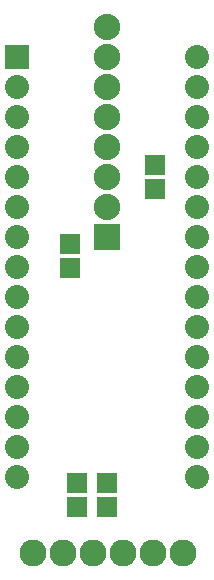
<source format=gbs>
G04 MADE WITH FRITZING*
G04 WWW.FRITZING.ORG*
G04 DOUBLE SIDED*
G04 HOLES PLATED*
G04 CONTOUR ON CENTER OF CONTOUR VECTOR*
%ASAXBY*%
%FSLAX23Y23*%
%MOIN*%
%OFA0B0*%
%SFA1.0B1.0*%
%ADD10C,0.080000*%
%ADD11C,0.090000*%
%ADD12C,0.088000*%
%ADD13R,0.079972X0.080000*%
%ADD14R,0.069055X0.065118*%
%ADD15R,0.088000X0.088000*%
%ADD16C,0.030000*%
%LNMASK0*%
G90*
G70*
G54D10*
X179Y1729D03*
X179Y1629D03*
X179Y1529D03*
X179Y1429D03*
X179Y1329D03*
X179Y1229D03*
X179Y1129D03*
X179Y1029D03*
X179Y929D03*
X179Y829D03*
X179Y729D03*
X179Y629D03*
X179Y529D03*
X179Y429D03*
X179Y329D03*
X779Y1729D03*
X779Y1629D03*
X779Y1529D03*
X779Y1429D03*
X779Y1329D03*
X779Y1229D03*
X779Y1129D03*
X779Y1029D03*
X779Y929D03*
X779Y829D03*
X779Y729D03*
X779Y629D03*
X779Y529D03*
X779Y429D03*
X779Y329D03*
G54D11*
X231Y76D03*
X331Y76D03*
X431Y76D03*
X531Y76D03*
X631Y76D03*
X731Y76D03*
X231Y76D03*
X331Y76D03*
X431Y76D03*
X531Y76D03*
X631Y76D03*
X731Y76D03*
G54D12*
X479Y1129D03*
X479Y1229D03*
X479Y1329D03*
X479Y1429D03*
X479Y1529D03*
X479Y1629D03*
X479Y1729D03*
X479Y1829D03*
X479Y1129D03*
X479Y1229D03*
X479Y1329D03*
X479Y1429D03*
X479Y1529D03*
X479Y1629D03*
X479Y1729D03*
X479Y1829D03*
G54D13*
X179Y1729D03*
G54D14*
X356Y1025D03*
X356Y1106D03*
X638Y1288D03*
X638Y1369D03*
X379Y229D03*
X379Y309D03*
X479Y229D03*
X479Y309D03*
G54D15*
X479Y1129D03*
X479Y1129D03*
G54D16*
G36*
X201Y106D02*
X261Y106D01*
X261Y46D01*
X201Y46D01*
X201Y106D01*
G37*
D02*
G36*
X201Y106D02*
X261Y106D01*
X261Y46D01*
X201Y46D01*
X201Y106D01*
G37*
D02*
G04 End of Mask0*
M02*
</source>
